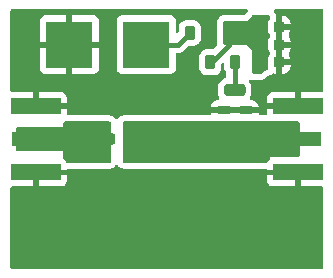
<source format=gbr>
%TF.GenerationSoftware,KiCad,Pcbnew,7.0.1*%
%TF.CreationDate,2023-06-23T15:30:34-04:00*%
%TF.ProjectId,bias-t,62696173-2d74-42e6-9b69-6361645f7063,1*%
%TF.SameCoordinates,Original*%
%TF.FileFunction,Copper,L1,Top*%
%TF.FilePolarity,Positive*%
%FSLAX46Y46*%
G04 Gerber Fmt 4.6, Leading zero omitted, Abs format (unit mm)*
G04 Created by KiCad (PCBNEW 7.0.1) date 2023-06-23 15:30:34*
%MOMM*%
%LPD*%
G01*
G04 APERTURE LIST*
G04 Aperture macros list*
%AMRoundRect*
0 Rectangle with rounded corners*
0 $1 Rounding radius*
0 $2 $3 $4 $5 $6 $7 $8 $9 X,Y pos of 4 corners*
0 Add a 4 corners polygon primitive as box body*
4,1,4,$2,$3,$4,$5,$6,$7,$8,$9,$2,$3,0*
0 Add four circle primitives for the rounded corners*
1,1,$1+$1,$2,$3*
1,1,$1+$1,$4,$5*
1,1,$1+$1,$6,$7*
1,1,$1+$1,$8,$9*
0 Add four rect primitives between the rounded corners*
20,1,$1+$1,$2,$3,$4,$5,0*
20,1,$1+$1,$4,$5,$6,$7,0*
20,1,$1+$1,$6,$7,$8,$9,0*
20,1,$1+$1,$8,$9,$2,$3,0*%
G04 Aperture macros list end*
%TA.AperFunction,SMDPad,CuDef*%
%ADD10RoundRect,0.225000X-0.225000X-0.250000X0.225000X-0.250000X0.225000X0.250000X-0.225000X0.250000X0*%
%TD*%
%TA.AperFunction,SMDPad,CuDef*%
%ADD11RoundRect,0.225000X0.225000X0.375000X-0.225000X0.375000X-0.225000X-0.375000X0.225000X-0.375000X0*%
%TD*%
%TA.AperFunction,ComponentPad*%
%ADD12R,4.000000X4.000000*%
%TD*%
%TA.AperFunction,SMDPad,CuDef*%
%ADD13RoundRect,0.249600X-0.650400X0.270400X-0.650400X-0.270400X0.650400X-0.270400X0.650400X0.270400X0*%
%TD*%
%TA.AperFunction,SMDPad,CuDef*%
%ADD14RoundRect,0.152500X-0.470000X0.152500X-0.470000X-0.152500X0.470000X-0.152500X0.470000X0.152500X0*%
%TD*%
%TA.AperFunction,ComponentPad*%
%ADD15C,0.610000*%
%TD*%
%TA.AperFunction,SMDPad,CuDef*%
%ADD16R,3.600000X1.270000*%
%TD*%
%TA.AperFunction,SMDPad,CuDef*%
%ADD17R,4.200000X1.350000*%
%TD*%
%TA.AperFunction,SMDPad,CuDef*%
%ADD18RoundRect,0.218750X-0.218750X-0.381250X0.218750X-0.381250X0.218750X0.381250X-0.218750X0.381250X0*%
%TD*%
%TA.AperFunction,ViaPad*%
%ADD19C,0.800000*%
%TD*%
%TA.AperFunction,Conductor*%
%ADD20C,0.400000*%
%TD*%
G04 APERTURE END LIST*
D10*
%TO.P,C6,1*%
%TO.N,Net-(D1-K)*%
X131225000Y-111000000D03*
%TO.P,C6,2*%
%TO.N,GND*%
X132775000Y-111000000D03*
%TD*%
%TO.P,C2,1*%
%TO.N,Net-(D1-K)*%
X131225000Y-109500000D03*
%TO.P,C2,2*%
%TO.N,GND*%
X132775000Y-109500000D03*
%TD*%
D11*
%TO.P,D1,1,K*%
%TO.N,Net-(D1-K)*%
X128500000Y-110000000D03*
%TO.P,D1,2,A*%
%TO.N,Net-(D1-A)*%
X125200000Y-110000000D03*
%TD*%
D12*
%TO.P,TP1,1,1*%
%TO.N,Net-(D1-A)*%
X121500000Y-111000000D03*
%TD*%
D13*
%TO.P,FL2,1,IN*%
%TO.N,Net-(FL2-IN)*%
X129000000Y-114875000D03*
D14*
%TO.P,FL2,2,GND*%
%TO.N,GND*%
X128072500Y-116500000D03*
D15*
X127895000Y-116500000D03*
D13*
%TO.P,FL2,3,OUT*%
%TO.N,Net-(FL2-OUT)*%
X129000000Y-118125000D03*
D15*
%TO.P,FL2,4,GND*%
%TO.N,GND*%
X130105000Y-116500000D03*
D14*
X129927500Y-116500000D03*
%TD*%
D10*
%TO.P,C1,1*%
%TO.N,Net-(J3-In)*%
X118450000Y-119000000D03*
%TO.P,C1,2*%
%TO.N,Net-(FL2-OUT)*%
X120000000Y-119000000D03*
%TD*%
D16*
%TO.P,J3,1,In*%
%TO.N,Net-(J3-In)*%
X111962500Y-119000000D03*
D17*
%TO.P,J3,2,Ext*%
%TO.N,GND*%
X112162500Y-116175000D03*
X112162500Y-121825000D03*
%TD*%
D12*
%TO.P,TP2,1,1*%
%TO.N,GND*%
X115000000Y-111000000D03*
%TD*%
D16*
%TO.P,J1,1,In*%
%TO.N,Net-(FL2-OUT)*%
X134537500Y-119000000D03*
D17*
%TO.P,J1,2,Ext*%
%TO.N,GND*%
X134337500Y-121825000D03*
X134337500Y-116175000D03*
%TD*%
D10*
%TO.P,C7,1*%
%TO.N,Net-(D1-K)*%
X131225000Y-112500000D03*
%TO.P,C7,2*%
%TO.N,GND*%
X132775000Y-112500000D03*
%TD*%
D18*
%TO.P,FB1,1*%
%TO.N,Net-(D1-K)*%
X126937500Y-112500000D03*
%TO.P,FB1,2*%
%TO.N,Net-(FL2-IN)*%
X129062500Y-112500000D03*
%TD*%
D19*
%TO.N,GND*%
X114000000Y-124000000D03*
X124000000Y-114000000D03*
X112000000Y-114000000D03*
X120000000Y-126000000D03*
X118000000Y-126000000D03*
X128000000Y-126000000D03*
X132000000Y-128000000D03*
X130000000Y-122000000D03*
X128000000Y-128000000D03*
X136000000Y-128000000D03*
X136000000Y-126000000D03*
X118000000Y-122000000D03*
X134000000Y-112000000D03*
X126000000Y-116000000D03*
X128000000Y-124000000D03*
X136000000Y-110000000D03*
X116000000Y-128000000D03*
X120000000Y-124000000D03*
X124000000Y-124000000D03*
X134000000Y-124000000D03*
X134000000Y-128000000D03*
X134000000Y-110000000D03*
X134000000Y-114000000D03*
X122000000Y-116000000D03*
X132000000Y-124000000D03*
X124000000Y-126000000D03*
X112000000Y-110000000D03*
X120000000Y-122000000D03*
X114000000Y-126000000D03*
X116000000Y-114000000D03*
X124000000Y-116000000D03*
X128000000Y-122000000D03*
X120000000Y-114000000D03*
X134000000Y-126000000D03*
X130000000Y-126000000D03*
X126000000Y-114000000D03*
X126000000Y-122000000D03*
X112000000Y-126000000D03*
X112000000Y-124000000D03*
X114000000Y-114000000D03*
X118000000Y-128000000D03*
X118000000Y-124000000D03*
X132000000Y-114000000D03*
X116000000Y-124000000D03*
X114000000Y-128000000D03*
X122000000Y-126000000D03*
X112000000Y-112000000D03*
X120000000Y-116000000D03*
X124000000Y-122000000D03*
X122000000Y-114000000D03*
X136000000Y-124000000D03*
X116000000Y-116000000D03*
X126000000Y-124000000D03*
X118000000Y-114000000D03*
X136000000Y-112000000D03*
X130000000Y-128000000D03*
X126000000Y-126000000D03*
X132000000Y-126000000D03*
X122000000Y-122000000D03*
X122000000Y-124000000D03*
X136000000Y-114000000D03*
X126000000Y-128000000D03*
X130000000Y-124000000D03*
X116000000Y-126000000D03*
X124000000Y-128000000D03*
X112000000Y-128000000D03*
X116000000Y-122000000D03*
X122000000Y-128000000D03*
X120000000Y-128000000D03*
X118000000Y-116000000D03*
%TD*%
D20*
%TO.N,Net-(D1-K)*%
X131225000Y-109500000D02*
X130725000Y-109500000D01*
X128500000Y-111000000D02*
X128500000Y-110000000D01*
X130225000Y-110000000D02*
X128500000Y-110000000D01*
X130725000Y-109500000D02*
X130225000Y-110000000D01*
X127062500Y-112437500D02*
X128500000Y-111000000D01*
X131225000Y-112500000D02*
X131225000Y-109500000D01*
%TO.N,Net-(D1-A)*%
X124200000Y-111000000D02*
X121500000Y-111000000D01*
X125200000Y-110000000D02*
X124200000Y-111000000D01*
%TO.N,Net-(FL2-IN)*%
X129000000Y-114875000D02*
X129000000Y-112562500D01*
X129000000Y-112562500D02*
X129062500Y-112500000D01*
%TD*%
%TA.AperFunction,Conductor*%
%TO.N,Net-(D1-K)*%
G36*
X131938000Y-108516613D02*
G01*
X131983387Y-108562000D01*
X132000000Y-108624000D01*
X132000000Y-108724552D01*
X131981538Y-108789649D01*
X131887997Y-108941300D01*
X131834650Y-109102292D01*
X131824500Y-109201655D01*
X131824500Y-109798344D01*
X131834650Y-109897707D01*
X131887997Y-110058699D01*
X131965841Y-110184902D01*
X131984303Y-110249999D01*
X131965842Y-110315096D01*
X131887996Y-110441303D01*
X131834650Y-110602292D01*
X131824500Y-110701655D01*
X131824500Y-111298344D01*
X131834650Y-111397707D01*
X131887997Y-111558699D01*
X131965841Y-111684902D01*
X131984303Y-111749999D01*
X131965842Y-111815096D01*
X131887996Y-111941303D01*
X131834650Y-112102292D01*
X131824500Y-112201655D01*
X131824500Y-112798344D01*
X131834650Y-112897709D01*
X131858197Y-112968768D01*
X131860923Y-113037302D01*
X131826802Y-113096801D01*
X131766274Y-113129061D01*
X131720196Y-113138855D01*
X131547269Y-113215848D01*
X131394129Y-113327110D01*
X131275401Y-113458972D01*
X131233686Y-113489280D01*
X131183251Y-113500000D01*
X130624000Y-113500000D01*
X130562000Y-113483387D01*
X130516613Y-113438000D01*
X130500000Y-113376000D01*
X130500000Y-111500001D01*
X130499999Y-111499999D01*
X130000000Y-111000000D01*
X128124000Y-111000000D01*
X128062000Y-110983387D01*
X128016613Y-110938000D01*
X128000000Y-110876000D01*
X128000000Y-109124000D01*
X128016613Y-109062000D01*
X128062000Y-109016613D01*
X128124000Y-109000000D01*
X130000000Y-109000000D01*
X130463680Y-108536319D01*
X130503909Y-108509439D01*
X130551362Y-108500000D01*
X131876000Y-108500000D01*
X131938000Y-108516613D01*
G37*
%TD.AperFunction*%
%TD*%
%TA.AperFunction,Conductor*%
%TO.N,Net-(J3-In)*%
G36*
X118438000Y-117516613D02*
G01*
X118483387Y-117562000D01*
X118500000Y-117624000D01*
X118500000Y-120876000D01*
X118483387Y-120938000D01*
X118438000Y-120983387D01*
X118376000Y-121000000D01*
X114826828Y-121000000D01*
X114778015Y-120989988D01*
X114737085Y-120961570D01*
X114710646Y-120919333D01*
X114706296Y-120907669D01*
X114620046Y-120792454D01*
X114549688Y-120739784D01*
X114513116Y-120696022D01*
X114500000Y-120640518D01*
X114500000Y-120000000D01*
X110624000Y-120000000D01*
X110562000Y-119983387D01*
X110516613Y-119938000D01*
X110500000Y-119876000D01*
X110500000Y-118124000D01*
X110516613Y-118062000D01*
X110562000Y-118016613D01*
X110624000Y-118000000D01*
X114500000Y-118000000D01*
X114500000Y-117624000D01*
X114516613Y-117562000D01*
X114562000Y-117516613D01*
X114624000Y-117500000D01*
X118376000Y-117500000D01*
X118438000Y-117516613D01*
G37*
%TD.AperFunction*%
%TD*%
%TA.AperFunction,Conductor*%
%TO.N,Net-(FL2-OUT)*%
G36*
X134438000Y-117516613D02*
G01*
X134483387Y-117562000D01*
X134500000Y-117624000D01*
X134500000Y-120376000D01*
X134483387Y-120438000D01*
X134438000Y-120483387D01*
X134376000Y-120500000D01*
X132000000Y-120500000D01*
X132000000Y-120640518D01*
X131986884Y-120696022D01*
X131950311Y-120739785D01*
X131879954Y-120792453D01*
X131793704Y-120907669D01*
X131789354Y-120919333D01*
X131762915Y-120961570D01*
X131721985Y-120989988D01*
X131673172Y-121000000D01*
X119624000Y-121000000D01*
X119562000Y-120983387D01*
X119516613Y-120938000D01*
X119500000Y-120876000D01*
X119500000Y-117624000D01*
X119516613Y-117562000D01*
X119562000Y-117516613D01*
X119624000Y-117500000D01*
X134376000Y-117500000D01*
X134438000Y-117516613D01*
G37*
%TD.AperFunction*%
%TD*%
%TA.AperFunction,Conductor*%
%TO.N,GND*%
G36*
X119054842Y-121180486D02*
G01*
X119098374Y-121216212D01*
X119159170Y-121295442D01*
X119204557Y-121340829D01*
X119251434Y-121376799D01*
X119309250Y-121421163D01*
X119431166Y-121471662D01*
X119493166Y-121488275D01*
X119591291Y-121501193D01*
X119623999Y-121505500D01*
X131616638Y-121505500D01*
X131664091Y-121514939D01*
X131704319Y-121541819D01*
X131737500Y-121575000D01*
X134463500Y-121575000D01*
X134525500Y-121591613D01*
X134570887Y-121637000D01*
X134587500Y-121699000D01*
X134587500Y-123000000D01*
X136375500Y-123000000D01*
X136437500Y-123016613D01*
X136482887Y-123062000D01*
X136499500Y-123124000D01*
X136499500Y-129875500D01*
X136482887Y-129937500D01*
X136437500Y-129982887D01*
X136375500Y-129999500D01*
X110124500Y-129999500D01*
X110062500Y-129982887D01*
X110017113Y-129937500D01*
X110000500Y-129875500D01*
X110000500Y-123124000D01*
X110017113Y-123062000D01*
X110062500Y-123016613D01*
X110124500Y-123000000D01*
X111912500Y-123000000D01*
X111912500Y-122075000D01*
X112412500Y-122075000D01*
X112412500Y-123000000D01*
X114310324Y-123000000D01*
X114369875Y-122993597D01*
X114504589Y-122943352D01*
X114619688Y-122857188D01*
X114705852Y-122742089D01*
X114756097Y-122607375D01*
X114762500Y-122547824D01*
X114762500Y-122075000D01*
X131737500Y-122075000D01*
X131737500Y-122547824D01*
X131743902Y-122607375D01*
X131794147Y-122742089D01*
X131880311Y-122857188D01*
X131995410Y-122943352D01*
X132130124Y-122993597D01*
X132189676Y-123000000D01*
X134087500Y-123000000D01*
X134087500Y-122075000D01*
X131737500Y-122075000D01*
X114762500Y-122075000D01*
X112412500Y-122075000D01*
X111912500Y-122075000D01*
X111912500Y-121699000D01*
X111929113Y-121637000D01*
X111974500Y-121591613D01*
X112036500Y-121575000D01*
X114762500Y-121575000D01*
X114795681Y-121541819D01*
X114835909Y-121514939D01*
X114883362Y-121505500D01*
X118376001Y-121505500D01*
X118402166Y-121502054D01*
X118506834Y-121488275D01*
X118568834Y-121471662D01*
X118690750Y-121421163D01*
X118795442Y-121340829D01*
X118840829Y-121295442D01*
X118901626Y-121216210D01*
X118945154Y-121180487D01*
X118999998Y-121167699D01*
X119054842Y-121180486D01*
G37*
%TD.AperFunction*%
%TA.AperFunction,Conductor*%
G36*
X130041547Y-108014015D02*
G01*
X130085570Y-108051615D01*
X130107725Y-108105102D01*
X130103183Y-108162818D01*
X130072933Y-108212181D01*
X129826934Y-108458181D01*
X129786706Y-108485061D01*
X129739253Y-108494500D01*
X128123999Y-108494500D01*
X127993169Y-108511724D01*
X127931161Y-108528339D01*
X127809250Y-108578836D01*
X127704557Y-108659170D01*
X127659170Y-108704557D01*
X127578836Y-108809250D01*
X127528339Y-108931161D01*
X127511724Y-108993169D01*
X127494500Y-109123999D01*
X127494500Y-110876003D01*
X127502670Y-110938064D01*
X127497150Y-110994107D01*
X127467412Y-111041929D01*
X127146159Y-111363183D01*
X127105934Y-111390061D01*
X127058481Y-111399500D01*
X126670826Y-111399500D01*
X126572314Y-111409563D01*
X126412714Y-111462450D01*
X126269606Y-111550720D01*
X126150720Y-111669606D01*
X126062450Y-111812714D01*
X126009563Y-111972314D01*
X125999500Y-112070826D01*
X125999500Y-112929174D01*
X126009563Y-113027685D01*
X126062450Y-113187285D01*
X126150720Y-113330393D01*
X126269606Y-113449279D01*
X126269608Y-113449280D01*
X126269609Y-113449281D01*
X126412713Y-113537549D01*
X126492513Y-113563992D01*
X126572314Y-113590436D01*
X126670826Y-113600500D01*
X127204174Y-113600500D01*
X127302685Y-113590436D01*
X127302685Y-113590435D01*
X127462287Y-113537549D01*
X127605391Y-113449281D01*
X127724281Y-113330391D01*
X127812549Y-113187287D01*
X127865436Y-113027685D01*
X127875500Y-112929174D01*
X127875500Y-112666519D01*
X127884939Y-112619066D01*
X127911819Y-112578838D01*
X127912819Y-112577838D01*
X127962182Y-112547588D01*
X128019898Y-112543046D01*
X128073385Y-112565201D01*
X128110985Y-112609224D01*
X128124500Y-112665519D01*
X128124500Y-112929174D01*
X128134563Y-113027685D01*
X128177643Y-113157689D01*
X128187451Y-113187287D01*
X128221402Y-113242330D01*
X128281039Y-113339016D01*
X128299500Y-113404113D01*
X128299500Y-113742535D01*
X128284929Y-113800856D01*
X128244640Y-113845470D01*
X128208988Y-113858348D01*
X128209776Y-113860724D01*
X128030436Y-113920150D01*
X127881191Y-114012206D01*
X127757206Y-114136191D01*
X127665150Y-114285436D01*
X127609995Y-114451883D01*
X127599500Y-114554620D01*
X127599500Y-115195378D01*
X127609995Y-115298115D01*
X127665151Y-115464564D01*
X127690649Y-115505902D01*
X127709081Y-115568294D01*
X127693389Y-115631431D01*
X127647890Y-115677933D01*
X127585111Y-115695000D01*
X127536607Y-115695000D01*
X127499611Y-115697911D01*
X127341301Y-115743905D01*
X127199398Y-115827826D01*
X127082826Y-115944398D01*
X126998905Y-116086301D01*
X126952910Y-116244614D01*
X126952486Y-116249998D01*
X126952488Y-116250000D01*
X131047512Y-116250000D01*
X131047513Y-116249998D01*
X131047089Y-116244614D01*
X131001094Y-116086301D01*
X130917173Y-115944398D01*
X130897775Y-115925000D01*
X131737500Y-115925000D01*
X134087500Y-115925000D01*
X134087500Y-115000000D01*
X132189676Y-115000000D01*
X132130124Y-115006402D01*
X131995410Y-115056647D01*
X131880311Y-115142811D01*
X131794147Y-115257910D01*
X131743902Y-115392624D01*
X131737500Y-115452176D01*
X131737500Y-115925000D01*
X130897775Y-115925000D01*
X130800601Y-115827826D01*
X130658698Y-115743905D01*
X130500388Y-115697911D01*
X130463393Y-115695000D01*
X130414889Y-115695000D01*
X130352110Y-115677933D01*
X130306611Y-115631431D01*
X130290919Y-115568294D01*
X130309351Y-115505902D01*
X130334849Y-115464564D01*
X130390004Y-115298116D01*
X130400500Y-115195379D01*
X130400499Y-114554622D01*
X130390004Y-114451884D01*
X130334849Y-114285436D01*
X130334848Y-114285435D01*
X130334848Y-114285433D01*
X130243186Y-114136827D01*
X130224876Y-114077860D01*
X130237273Y-114017372D01*
X130277305Y-113970363D01*
X130335045Y-113948487D01*
X130396176Y-113957169D01*
X130428030Y-113970363D01*
X130431166Y-113971662D01*
X130493166Y-113988275D01*
X130591291Y-114001193D01*
X130623999Y-114005500D01*
X130624000Y-114005500D01*
X131183247Y-114005500D01*
X131183251Y-114005500D01*
X131288348Y-113994454D01*
X131338783Y-113983734D01*
X131439291Y-113951077D01*
X131530813Y-113898237D01*
X131532117Y-113897290D01*
X131541241Y-113890659D01*
X131572528Y-113867929D01*
X131651062Y-113797216D01*
X131725519Y-113714520D01*
X131744775Y-113697181D01*
X131790873Y-113663689D01*
X131813316Y-113650733D01*
X131884436Y-113619068D01*
X131892385Y-113615853D01*
X132004032Y-113575156D01*
X132015894Y-113568834D01*
X132064557Y-113542898D01*
X132081521Y-113530535D01*
X132178660Y-113459742D01*
X132178662Y-113459738D01*
X132192245Y-113449840D01*
X132246147Y-113427536D01*
X132304282Y-113432345D01*
X132402393Y-113464856D01*
X132501685Y-113475000D01*
X132525000Y-113475000D01*
X132525000Y-112750000D01*
X133025000Y-112750000D01*
X133025000Y-113474999D01*
X133048315Y-113474999D01*
X133147605Y-113464856D01*
X133308486Y-113411546D01*
X133452732Y-113322573D01*
X133572573Y-113202732D01*
X133661546Y-113058486D01*
X133714856Y-112897606D01*
X133725000Y-112798315D01*
X133725000Y-112750000D01*
X133025000Y-112750000D01*
X132525000Y-112750000D01*
X132525000Y-111250000D01*
X133025000Y-111250000D01*
X133025000Y-112250000D01*
X133724999Y-112250000D01*
X133724999Y-112201685D01*
X133714856Y-112102394D01*
X133661546Y-111941513D01*
X133583571Y-111815097D01*
X133565109Y-111750000D01*
X133583571Y-111684903D01*
X133661546Y-111558486D01*
X133714856Y-111397606D01*
X133725000Y-111298315D01*
X133725000Y-111250000D01*
X133025000Y-111250000D01*
X132525000Y-111250000D01*
X132525000Y-109750000D01*
X133025000Y-109750000D01*
X133025000Y-110750000D01*
X133724999Y-110750000D01*
X133724999Y-110701685D01*
X133714856Y-110602394D01*
X133661547Y-110441516D01*
X133583570Y-110315096D01*
X133565109Y-110249999D01*
X133583571Y-110184901D01*
X133661546Y-110058484D01*
X133714856Y-109897606D01*
X133725000Y-109798315D01*
X133725000Y-109750000D01*
X133025000Y-109750000D01*
X132525000Y-109750000D01*
X132525000Y-108525001D01*
X132524999Y-108525000D01*
X133025000Y-108525000D01*
X133025000Y-109250000D01*
X133724999Y-109250000D01*
X133724999Y-109201685D01*
X133714856Y-109102394D01*
X133661546Y-108941513D01*
X133572573Y-108797267D01*
X133452732Y-108677426D01*
X133308486Y-108588453D01*
X133147606Y-108535143D01*
X133048315Y-108525000D01*
X133025000Y-108525000D01*
X132524999Y-108525000D01*
X132509979Y-108509980D01*
X132477885Y-108454392D01*
X132471662Y-108431166D01*
X132421163Y-108309250D01*
X132337322Y-108199987D01*
X132312294Y-108136655D01*
X132324485Y-108069657D01*
X132370216Y-108019199D01*
X132435697Y-108000500D01*
X136375500Y-108000500D01*
X136437500Y-108017113D01*
X136482887Y-108062500D01*
X136499500Y-108124500D01*
X136499500Y-114876000D01*
X136482887Y-114938000D01*
X136437500Y-114983387D01*
X136375500Y-115000000D01*
X134587500Y-115000000D01*
X134587500Y-116301000D01*
X134570887Y-116363000D01*
X134525500Y-116408387D01*
X134463500Y-116425000D01*
X131737500Y-116425000D01*
X131737500Y-116870500D01*
X131720887Y-116932500D01*
X131675500Y-116977887D01*
X131613500Y-116994500D01*
X131142772Y-116994500D01*
X131087347Y-116981424D01*
X131043611Y-116944952D01*
X131020790Y-116892778D01*
X131023696Y-116835905D01*
X131047089Y-116755385D01*
X131047513Y-116750001D01*
X131047512Y-116750000D01*
X126952488Y-116750000D01*
X126952486Y-116750001D01*
X126952910Y-116755385D01*
X126976304Y-116835905D01*
X126979210Y-116892778D01*
X126956389Y-116944952D01*
X126912653Y-116981424D01*
X126857228Y-116994500D01*
X119623999Y-116994500D01*
X119493169Y-117011724D01*
X119431161Y-117028339D01*
X119309250Y-117078836D01*
X119204557Y-117159170D01*
X119159170Y-117204557D01*
X119098375Y-117283787D01*
X119054844Y-117319512D01*
X119000000Y-117332300D01*
X118945156Y-117319512D01*
X118901625Y-117283787D01*
X118840829Y-117204557D01*
X118795442Y-117159170D01*
X118690749Y-117078836D01*
X118568838Y-117028339D01*
X118506830Y-117011724D01*
X118376001Y-116994500D01*
X118376000Y-116994500D01*
X114886500Y-116994500D01*
X114824500Y-116977887D01*
X114779113Y-116932500D01*
X114762500Y-116870500D01*
X114762500Y-116425000D01*
X112036500Y-116425000D01*
X111974500Y-116408387D01*
X111929113Y-116363000D01*
X111912500Y-116301000D01*
X111912500Y-115000000D01*
X112412500Y-115000000D01*
X112412500Y-115925000D01*
X114762500Y-115925000D01*
X114762500Y-115452176D01*
X114756097Y-115392624D01*
X114705852Y-115257910D01*
X114619688Y-115142811D01*
X114504589Y-115056647D01*
X114369875Y-115006402D01*
X114310324Y-115000000D01*
X112412500Y-115000000D01*
X111912500Y-115000000D01*
X110124500Y-115000000D01*
X110062500Y-114983387D01*
X110017113Y-114938000D01*
X110000500Y-114876000D01*
X110000500Y-111250000D01*
X112500000Y-111250000D01*
X112500000Y-113047824D01*
X112506402Y-113107375D01*
X112556647Y-113242089D01*
X112642811Y-113357188D01*
X112757910Y-113443352D01*
X112892624Y-113493597D01*
X112952176Y-113500000D01*
X114750000Y-113500000D01*
X114750000Y-111250000D01*
X115250000Y-111250000D01*
X115250000Y-113500000D01*
X117047824Y-113500000D01*
X117107375Y-113493597D01*
X117242089Y-113443352D01*
X117357188Y-113357188D01*
X117443352Y-113242089D01*
X117493597Y-113107375D01*
X117499995Y-113047869D01*
X118999500Y-113047869D01*
X119005897Y-113107375D01*
X119005909Y-113107483D01*
X119056204Y-113242331D01*
X119142454Y-113357546D01*
X119257669Y-113443796D01*
X119392517Y-113494091D01*
X119452127Y-113500500D01*
X123547872Y-113500499D01*
X123607483Y-113494091D01*
X123742331Y-113443796D01*
X123857546Y-113357546D01*
X123943796Y-113242331D01*
X123994091Y-113107483D01*
X124000500Y-113047873D01*
X124000500Y-111824500D01*
X124017113Y-111762500D01*
X124062500Y-111717113D01*
X124124500Y-111700500D01*
X124175079Y-111700500D01*
X124182566Y-111700726D01*
X124185706Y-111700915D01*
X124242606Y-111704358D01*
X124301782Y-111693513D01*
X124309181Y-111692387D01*
X124368872Y-111685140D01*
X124378335Y-111681550D01*
X124399958Y-111675522D01*
X124409932Y-111673695D01*
X124464808Y-111648996D01*
X124471673Y-111646152D01*
X124527930Y-111624818D01*
X124536270Y-111619060D01*
X124555819Y-111608035D01*
X124565057Y-111603878D01*
X124612413Y-111566775D01*
X124618420Y-111562355D01*
X124667929Y-111528183D01*
X124707823Y-111483150D01*
X124712925Y-111477730D01*
X125053837Y-111136817D01*
X125094065Y-111109938D01*
X125141518Y-111100499D01*
X125473345Y-111100499D01*
X125523025Y-111095424D01*
X125572708Y-111090349D01*
X125733697Y-111037003D01*
X125878044Y-110947968D01*
X125997968Y-110828044D01*
X125997967Y-110828044D01*
X126087002Y-110683699D01*
X126121208Y-110580473D01*
X126140349Y-110522708D01*
X126150500Y-110423345D01*
X126150499Y-109576656D01*
X126140349Y-109477292D01*
X126087003Y-109316303D01*
X126087002Y-109316302D01*
X126087002Y-109316300D01*
X125997968Y-109171955D01*
X125878044Y-109052031D01*
X125733699Y-108962997D01*
X125572707Y-108909650D01*
X125483495Y-108900536D01*
X125473344Y-108899500D01*
X124926655Y-108899500D01*
X124827292Y-108909650D01*
X124666300Y-108962997D01*
X124521955Y-109052031D01*
X124402031Y-109171955D01*
X124312997Y-109316300D01*
X124259650Y-109477292D01*
X124249500Y-109576655D01*
X124249500Y-109908481D01*
X124240061Y-109955934D01*
X124213181Y-109996162D01*
X124212180Y-109997163D01*
X124162817Y-110027413D01*
X124105101Y-110031955D01*
X124051614Y-110009800D01*
X124014014Y-109965777D01*
X124000499Y-109909482D01*
X124000499Y-108952130D01*
X123999358Y-108941513D01*
X123994091Y-108892517D01*
X123943796Y-108757669D01*
X123857546Y-108642454D01*
X123742331Y-108556204D01*
X123607483Y-108505909D01*
X123547873Y-108499500D01*
X123547869Y-108499500D01*
X119452130Y-108499500D01*
X119392515Y-108505909D01*
X119257669Y-108556204D01*
X119142454Y-108642454D01*
X119056204Y-108757668D01*
X119005909Y-108892516D01*
X118999500Y-108952130D01*
X118999500Y-113047869D01*
X117499995Y-113047869D01*
X117500000Y-113047824D01*
X117500000Y-111250000D01*
X115250000Y-111250000D01*
X114750000Y-111250000D01*
X112500000Y-111250000D01*
X110000500Y-111250000D01*
X110000500Y-110750000D01*
X112500000Y-110750000D01*
X114750000Y-110750000D01*
X114750000Y-108500000D01*
X115250000Y-108500000D01*
X115250000Y-110750000D01*
X117500000Y-110750000D01*
X117500000Y-108952176D01*
X117493597Y-108892624D01*
X117443352Y-108757910D01*
X117357188Y-108642811D01*
X117242089Y-108556647D01*
X117107375Y-108506402D01*
X117047824Y-108500000D01*
X115250000Y-108500000D01*
X114750000Y-108500000D01*
X112952176Y-108500000D01*
X112892624Y-108506402D01*
X112757910Y-108556647D01*
X112642811Y-108642811D01*
X112556647Y-108757910D01*
X112506402Y-108892624D01*
X112500000Y-108952176D01*
X112500000Y-110750000D01*
X110000500Y-110750000D01*
X110000500Y-108124500D01*
X110017113Y-108062500D01*
X110062500Y-108017113D01*
X110124500Y-108000500D01*
X129985252Y-108000500D01*
X130041547Y-108014015D01*
G37*
%TD.AperFunction*%
%TD*%
M02*

</source>
